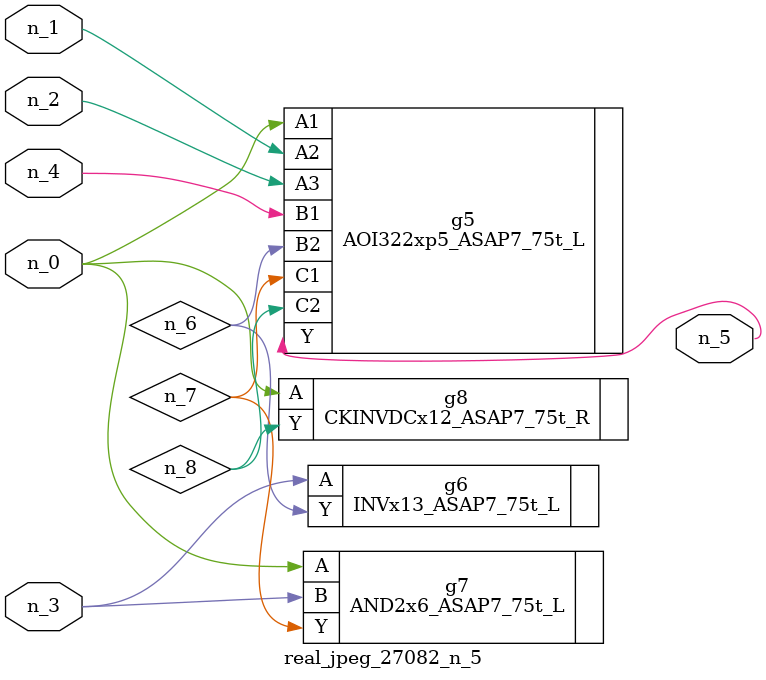
<source format=v>
module real_jpeg_27082_n_5 (n_4, n_0, n_1, n_2, n_3, n_5);

input n_4;
input n_0;
input n_1;
input n_2;
input n_3;

output n_5;

wire n_8;
wire n_6;
wire n_7;

AOI322xp5_ASAP7_75t_L g5 ( 
.A1(n_0),
.A2(n_1),
.A3(n_2),
.B1(n_4),
.B2(n_6),
.C1(n_7),
.C2(n_8),
.Y(n_5)
);

AND2x6_ASAP7_75t_L g7 ( 
.A(n_0),
.B(n_3),
.Y(n_7)
);

CKINVDCx12_ASAP7_75t_R g8 ( 
.A(n_0),
.Y(n_8)
);

INVx13_ASAP7_75t_L g6 ( 
.A(n_3),
.Y(n_6)
);


endmodule
</source>
